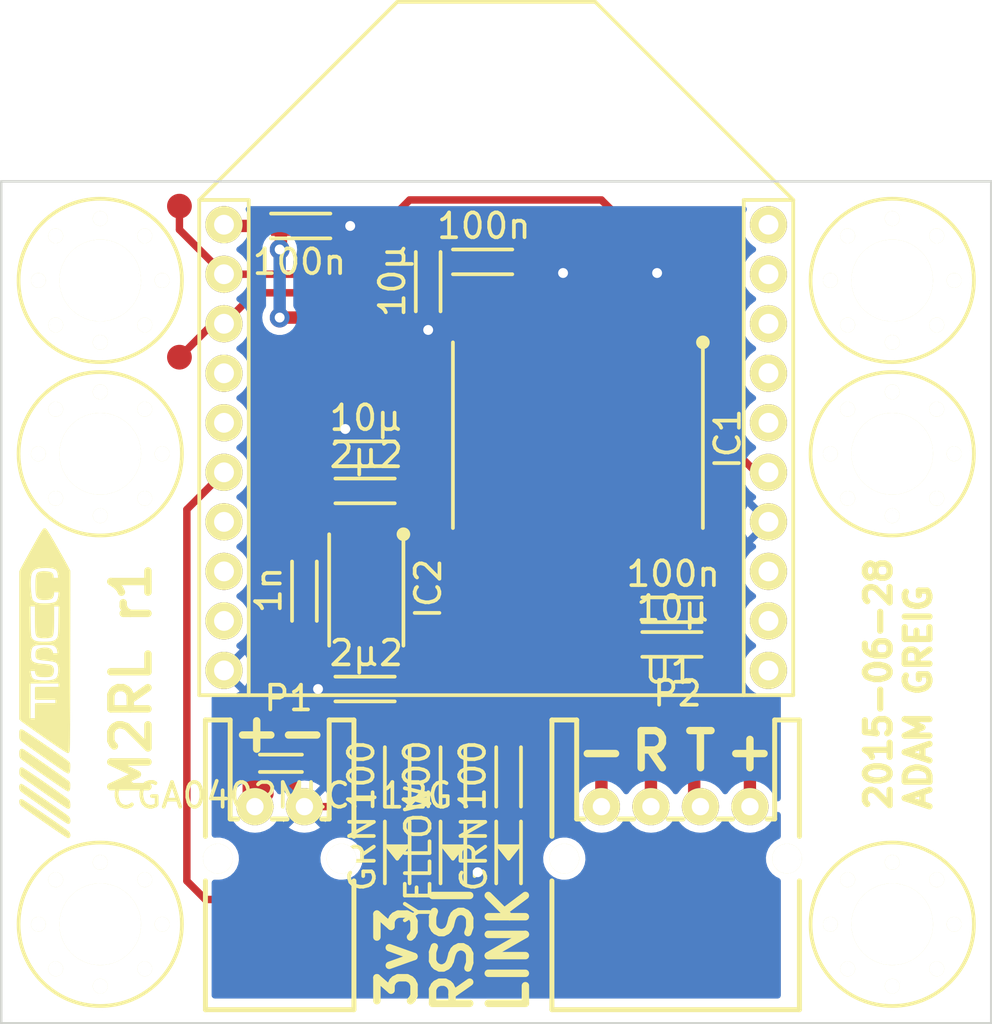
<source format=kicad_pcb>
(kicad_pcb (version 20221018) (generator pcbnew)
  (layers (0 "F.Cu" signal) (31 "B.Cu" signal) (34 "B.Paste" user) (35 "F.Paste" user) (36 "B.SilkS" user "B.Silkscreen") (37 "F.SilkS" user "F.Silkscreen") (38 "B.Mask" user) (39 "F.Mask" user) (44 "Edge.Cuts" user))
  (net 0 "")
  (net 1 "+3V3")
  (net 2 "GND")
  (net 3 "Net-(C4-Pad1)")
  (net 4 "Net-(C5-Pad1)")
  (net 5 "Net-(C5-Pad2)")
  (net 6 "Net-(C6-Pad2)")
  (net 7 "Net-(D1-Pad2)")
  (net 8 "Net-(D3-Pad2)")
  (net 9 "Net-(D4-Pad2)")
  (net 10 "/DOUT")
  (net 11 "/DIN")
  (net 12 "Net-(IC1-Pad13)")
  (net 13 "Net-(IC1-Pad14)")
  (net 14 "Net-(IC1-Pad12)")
  (net 15 "Net-(R1-Pad1)")
  (net 16 "Net-(U1-Pad4)")
  (net 17 "Net-(U1-Pad5)")
  (net 18 "Net-(U1-Pad7)")
  (net 19 "Net-(U1-Pad8)")
  (net 20 "Net-(U1-Pad9)")
  (net 21 "Net-(U1-Pad11)")
  (net 22 "Net-(U1-Pad12)")
  (net 23 "Net-(U1-Pad13)")
  (net 24 "Net-(U1-Pad16)")
  (net 25 "Net-(U1-Pad17)")
  (net 26 "Net-(U1-Pad18)")
  (net 27 "Net-(U1-Pad19)")
  (net 28 "Net-(U1-Pad20)")
  (net 29 "Net-(R2-Pad1)")
  (footprint "m2rl:C0603" (layer "F.Cu") (at 167.25 95.25 -90)
    (fp_text reference "C1" hide)
    (fp_text value "10µ" (at 0.75 1.45 270) (layer "F.SilkS"))
    (pad "1" smd rect (at 0 0 270) (size 0.8 0.8) (layers "F.Cu" "F.Paste" "F.Mask") (net 1 "+3V3"))
    (pad "2" smd rect (at 1.6 0 270) (size 0.8 0.8) (layers "F.Cu" "F.Paste" "F.Mask") (net 2 "GND"))
  )
  (footprint "m2rl:C0603" (layer "F.Cu") (at 161.3 93.8)
    (fp_text reference "C2" hide)
    (fp_text value "100n" (at 0.75 1.45) (layer "F.SilkS"))
    (pad "1" smd rect (at 0 0) (size 0.8 0.8) (layers "F.Cu" "F.Paste" "F.Mask") (net 1 "+3V3"))
    (pad "2" smd rect (at 1.6 0) (size 0.8 0.8) (layers "F.Cu" "F.Paste" "F.Mask") (net 2 "GND"))
  )
  (footprint "m2rl:C0603" (layer "F.Cu") (at 170.25 95.25 180)
    (fp_text reference "C3" hide)
    (fp_text value "100n" (at 0.75 1.45 180) (layer "F.SilkS"))
    (pad "1" smd rect (at 0 0 180) (size 0.8 0.8) (layers "F.Cu" "F.Paste" "F.Mask") (net 1 "+3V3"))
    (pad "2" smd rect (at 1.6 0 180) (size 0.8 0.8) (layers "F.Cu" "F.Paste" "F.Mask") (net 2 "GND"))
  )
  (footprint "m2rl:C0603" (layer "F.Cu") (at 165.5 112.5 180)
    (fp_text reference "C4" hide)
    (fp_text value "2µ2" (at 0.75 1.45 180) (layer "F.SilkS"))
    (pad "1" smd rect (at 0 0 180) (size 0.8 0.8) (layers "F.Cu" "F.Paste" "F.Mask") (net 3 "Net-(C4-Pad1)"))
    (pad "2" smd rect (at 1.6 0 180) (size 0.8 0.8) (layers "F.Cu" "F.Paste" "F.Mask") (net 2 "GND"))
  )
  (footprint "m2rl:C0603" (layer "F.Cu") (at 177.9 109.3 180)
    (fp_text reference "C5" hide)
    (fp_text value "100n" (at 0.75 1.45 180) (layer "F.SilkS"))
    (pad "1" smd rect (at 0 0 180) (size 0.8 0.8) (layers "F.Cu" "F.Paste" "F.Mask") (net 4 "Net-(C5-Pad1)"))
    (pad "2" smd rect (at 1.6 0 180) (size 0.8 0.8) (layers "F.Cu" "F.Paste" "F.Mask") (net 5 "Net-(C5-Pad2)"))
  )
  (footprint "m2rl:C0603" (layer "F.Cu") (at 162.25 107.75 -90)
    (fp_text reference "C6" hide)
    (fp_text value "1n" (at 0.75 1.45 270) (layer "F.SilkS"))
    (pad "1" smd rect (at 0 0 270) (size 0.8 0.8) (layers "F.Cu" "F.Paste" "F.Mask") (net 1 "+3V3"))
    (pad "2" smd rect (at 1.6 0 270) (size 0.8 0.8) (layers "F.Cu" "F.Paste" "F.Mask") (net 6 "Net-(C6-Pad2)"))
  )
  (footprint "m2rl:C0603" (layer "F.Cu") (at 177.9 110.7 180)
    (fp_text reference "C7" hide)
    (fp_text value "10µ" (at 0.75 1.45 180) (layer "F.SilkS"))
    (pad "1" smd rect (at 0 0 180) (size 0.8 0.8) (layers "F.Cu" "F.Paste" "F.Mask") (net 4 "Net-(C5-Pad1)"))
    (pad "2" smd rect (at 1.6 0 180) (size 0.8 0.8) (layers "F.Cu" "F.Paste" "F.Mask") (net 5 "Net-(C5-Pad2)"))
  )
  (footprint "m2rl:C0603" (layer "F.Cu") (at 165.5 104.5 180)
    (fp_text reference "C8" hide)
    (fp_text value "2µ2" (at 0.75 1.45 180) (layer "F.SilkS"))
    (pad "1" smd rect (at 0 0 180) (size 0.8 0.8) (layers "F.Cu" "F.Paste" "F.Mask") (net 1 "+3V3"))
    (pad "2" smd rect (at 1.6 0 180) (size 0.8 0.8) (layers "F.Cu" "F.Paste" "F.Mask") (net 2 "GND"))
  )
  (footprint "m2rl:C0603" (layer "F.Cu") (at 165.5 103 180)
    (fp_text reference "C9" hide)
    (fp_text value "10µ" (at 0.75 1.45 180) (layer "F.SilkS"))
    (pad "1" smd rect (at 0 0 180) (size 0.8 0.8) (layers "F.Cu" "F.Paste" "F.Mask") (net 1 "+3V3"))
    (pad "2" smd rect (at 1.6 0 180) (size 0.8 0.8) (layers "F.Cu" "F.Paste" "F.Mask") (net 2 "GND"))
  )
  (footprint "m2rl:LED0603" (layer "F.Cu") (at 168.25 118.25 -90)
    (fp_text reference "D1" hide)
    (fp_text value "YELLOW" (at 0.9 1.4 270) (layer "F.SilkS"))
    (pad "1" smd rect (at 1.65 0 270) (size 0.8 0.8) (layers "F.Cu" "F.Paste" "F.Mask") (net 2 "GND"))
    (pad "2" smd rect (at 0 0 270) (size 0.8 0.8) (layers "F.Cu" "F.Paste" "F.Mask") (net 7 "Net-(D1-Pad2)"))
  )
  (footprint "m2rl:R0402" (layer "F.Cu") (at 160.75 115.5)
    (fp_text reference "D2" hide)
    (fp_text value "CGA0402MLC-12G" (at 0.6 1.3) (layer "F.SilkS"))
    (pad "1" smd rect (at 0 0) (size 0.6 0.5) (layers "F.Cu" "F.Paste" "F.Mask") (net 3 "Net-(C4-Pad1)"))
    (pad "2" smd rect (at 1.1 0) (size 0.6 0.5) (layers "F.Cu" "F.Paste" "F.Mask") (net 2 "GND"))
  )
  (footprint "m2rl:LED0603" (layer "F.Cu") (at 170.5 118.25 -90)
    (fp_text reference "D3" hide)
    (fp_text value "GRN" (at 0.9 1.4 270) (layer "F.SilkS"))
    (pad "1" smd rect (at 1.65 0 270) (size 0.8 0.8) (layers "F.Cu" "F.Paste" "F.Mask") (net 2 "GND"))
    (pad "2" smd rect (at 0 0 270) (size 0.8 0.8) (layers "F.Cu" "F.Paste" "F.Mask") (net 8 "Net-(D3-Pad2)"))
  )
  (footprint "m2rl:LED0603" (layer "F.Cu") (at 166 118.25 -90)
    (fp_text reference "D4" hide)
    (fp_text value "GRN" (at 0.9 1.4 270) (layer "F.SilkS"))
    (pad "1" smd rect (at 1.65 0 270) (size 0.8 0.8) (layers "F.Cu" "F.Paste" "F.Mask") (net 2 "GND"))
    (pad "2" smd rect (at 0 0 270) (size 0.8 0.8) (layers "F.Cu" "F.Paste" "F.Mask") (net 9 "Net-(D4-Pad2)"))
  )
  (footprint "m2rl:SOIC16W" (layer "F.Cu") (at 177.75 97.5 -90)
    (fp_text reference "IC1" (at 4.9 -1.6 270) (layer "F.SilkS"))
    (fp_text value "ADuM5201" hide)
    (pad "1" smd rect (at 0 0 270) (size 2.2 0.6) (layers "F.Cu" "F.Paste" "F.Mask") (net 1 "+3V3"))
    (pad "2" smd rect (at 0 1.27 270) (size 2.2 0.6) (layers "F.Cu" "F.Paste" "F.Mask") (net 2 "GND"))
    (pad "3" smd rect (at 0 2.54 270) (size 2.2 0.6) (layers "F.Cu" "F.Paste" "F.Mask") (net 10 "/DOUT"))
    (pad "4" smd rect (at 0 3.81 270) (size 2.2 0.6) (layers "F.Cu" "F.Paste" "F.Mask") (net 11 "/DIN"))
    (pad "5" smd rect (at 0 5.08 270) (size 2.2 0.6) (layers "F.Cu" "F.Paste" "F.Mask") (net 2 "GND"))
    (pad "6" smd rect (at 0 6.35 270) (size 2.2 0.6) (layers "F.Cu" "F.Paste" "F.Mask") (net 1 "+3V3"))
    (pad "7" smd rect (at 0 7.62 270) (size 2.2 0.6) (layers "F.Cu" "F.Paste" "F.Mask") (net 1 "+3V3"))
    (pad "8" smd rect (at 0 8.89 270) (size 2.2 0.6) (layers "F.Cu" "F.Paste" "F.Mask") (net 2 "GND"))
    (pad "9" smd rect (at 9.4 8.89 270) (size 2.2 0.6) (layers "F.Cu" "F.Paste" "F.Mask") (net 5 "Net-(C5-Pad2)"))
    (pad "10" smd rect (at 9.4 7.62 270) (size 2.2 0.6) (layers "F.Cu" "F.Paste" "F.Mask") (net 4 "Net-(C5-Pad1)"))
    (pad "11" smd rect (at 9.4 6.35 270) (size 2.2 0.6) (layers "F.Cu" "F.Paste" "F.Mask") (net 5 "Net-(C5-Pad2)"))
    (pad "12" smd rect (at 9.4 5.08 270) (size 2.2 0.6) (layers "F.Cu" "F.Paste" "F.Mask") (net 14 "Net-(IC1-Pad12)"))
    (pad "13" smd rect (at 9.4 3.81 270) (size 2.2 0.6) (layers "F.Cu" "F.Paste" "F.Mask") (net 12 "Net-(IC1-Pad13)"))
    (pad "14" smd rect (at 9.4 2.54 270) (size 2.2 0.6) (layers "F.Cu" "F.Paste" "F.Mask") (net 13 "Net-(IC1-Pad14)"))
    (pad "15" smd rect (at 9.4 1.27 270) (size 2.2 0.6) (layers "F.Cu" "F.Paste" "F.Mask") (net 5 "Net-(C5-Pad2)"))
    (pad "16" smd rect (at 9.4 0 270) (size 2.2 0.6) (layers "F.Cu" "F.Paste" "F.Mask") (net 4 "Net-(C5-Pad1)"))
  )
  (footprint "m2rl:MSOP8" (layer "F.Cu") (at 165.75 106.25 -90)
    (fp_text reference "IC2" (at 2.2 -1.5 270) (layer "F.SilkS"))
    (fp_text value "ADP3335" hide)
    (pad "1" smd rect (at 0 0 270) (size 1.4 0.4) (layers "F.Cu" "F.Paste" "F.Mask") (net 1 "+3V3"))
    (pad "2" smd rect (at 0 0.65 270) (size 1.4 0.4) (layers "F.Cu" "F.Paste" "F.Mask") (net 1 "+3V3"))
    (pad "3" smd rect (at 0 1.3 270) (size 1.4 0.4) (layers "F.Cu" "F.Paste" "F.Mask") (net 1 "+3V3"))
    (pad "4" smd rect (at 0 1.95 270) (size 1.4 0.4) (layers "F.Cu" "F.Paste" "F.Mask") (net 2 "GND"))
    (pad "5" smd rect (at 4.4 1.95 270) (size 1.4 0.4) (layers "F.Cu" "F.Paste" "F.Mask") (net 6 "Net-(C6-Pad2)"))
    (pad "6" smd rect (at 4.4 1.3 270) (size 1.4 0.4) (layers "F.Cu" "F.Paste" "F.Mask") (net 3 "Net-(C4-Pad1)"))
    (pad "7" smd rect (at 4.4 0.65 270) (size 1.4 0.4) (layers "F.Cu" "F.Paste" "F.Mask") (net 3 "Net-(C4-Pad1)"))
    (pad "8" smd rect (at 4.4 0 270) (size 1.4 0.4) (layers "F.Cu" "F.Paste" "F.Mask") (net 3 "Net-(C4-Pad1)"))
  )
  (footprint "m2rl:S02B-PASK-2" (layer "F.Cu") (at 162.25 117.25 180)
    (fp_text reference "P1" (at 0.64 4.38 180) (layer "F.SilkS"))
    (fp_text value "CONN_01X02" hide)
    (pad "" np_thru_hole circle (at -1.5 -2.1 180) (size 1.2 1.2) (drill 1.2) (layers "*.Cu" "*.Mask" "F.SilkS"))
    (pad "" np_thru_hole circle (at 3.5 -2.1 180) (size 1.2 1.2) (drill 1.2) (layers "*.Cu" "*.Mask" "F.SilkS"))
    (pad "1" thru_hole circle (at 0 0 180) (size 1.5 1.5) (drill 0.7) (layers "*.Cu" "*.Mask" "F.SilkS") (net 2 "GND"))
    (pad "2" thru_hole circle (at 2 0 180) (size 1.5 1.5) (drill 0.7) (layers "*.Cu" "*.Mask" "F.SilkS") (net 3 "Net-(C4-Pad1)"))
  )
  (footprint "m2rl:S04B-PASK-2" (layer "F.Cu") (at 180.25 117.25 180)
    (fp_text reference "P2" (at 2.93 4.57 180) (layer "F.SilkS"))
    (fp_text value "CONN_01X04" hide)
    (pad "" np_thru_hole circle (at -1.5 -2.1 180) (size 1.2 1.2) (drill 1.2) (layers "*.Cu" "*.Mask" "F.SilkS"))
    (pad "" np_thru_hole circle (at 7.5 -2.1 180) (size 1.2 1.2) (drill 1.2) (layers "*.Cu" "*.Mask" "F.SilkS"))
    (pad "1" thru_hole circle (at 0 0 180) (size 1.5 1.5) (drill 0.7) (layers "*.Cu" "*.Mask" "F.SilkS") (net 4 "Net-(C5-Pad1)"))
    (pad "2" thru_hole circle (at 2 0 180) (size 1.5 1.5) (drill 0.7) (layers "*.Cu" "*.Mask" "F.SilkS") (net 13 "Net-(IC1-Pad14)"))
    (pad "3" thru_hole circle (at 4 0 180) (size 1.5 1.5) (drill 0.7) (layers "*.Cu" "*.Mask" "F.SilkS") (net 12 "Net-(IC1-Pad13)"))
    (pad "4" thru_hole circle (at 6 0 180) (size 1.5 1.5) (drill 0.7) (layers "*.Cu" "*.Mask" "F.SilkS") (net 5 "Net-(C5-Pad2)"))
  )
  (footprint "m2rl:R0603" (layer "F.Cu") (at 168.25 115.25 -90)
    (fp_text reference "R1" hide)
    (fp_text value "100" (at 0.75 1.45 270) (layer "F.SilkS"))
    (pad "1" smd rect (at 0 0 270) (size 0.8 0.8) (layers "F.Cu" "F.Paste" "F.Mask") (net 15 "Net-(R1-Pad1)"))
    (pad "2" smd rect (at 1.6 0 270) (size 0.8 0.8) (layers "F.Cu" "F.Paste" "F.Mask") (net 7 "Net-(D1-Pad2)"))
  )
  (footprint "m2rl:R0603" (layer "F.Cu") (at 170.5 115.25 -90)
    (fp_text reference "R2" hide)
    (fp_text value "100" (at 0.75 1.45 270) (layer "F.SilkS"))
    (pad "1" smd rect (at 0 0 270) (size 0.8 0.8) (layers "F.Cu" "F.Paste" "F.Mask") (net 29 "Net-(R2-Pad1)"))
    (pad "2" smd rect (at 1.6 0 270) (size 0.8 0.8) (layers "F.Cu" "F.Paste" "F.Mask") (net 8 "Net-(D3-Pad2)"))
  )
  (footprint "m2rl:R0603" (layer "F.Cu") (at 166 115.25 -90)
    (fp_text reference "R3" hide)
    (fp_text value "100" (at 0.75 1.45 270) (layer "F.SilkS"))
    (pad "1" smd rect (at 0 0 270) (size 0.8 0.8) (layers "F.Cu" "F.Paste" "F.Mask") (net 1 "+3V3"))
    (pad "2" smd rect (at 1.6 0 270) (size 0.8 0.8) (layers "F.Cu" "F.Paste" "F.Mask") (net 9 "Net-(D4-Pad2)"))
  )
  (footprint "m2rl:XBEE" (layer "F.Cu") (at 159 93.75)
    (fp_text reference "U1" (at 18 18) (layer "F.SilkS"))
    (fp_text value "XBEE")
    (pad "1" thru_hole circle (at 0 0) (size 1.5 1.5) (drill 0.8) (layers "*.Cu" "*.Mask" "F.SilkS") (net 1 "+3V3"))
    (pad "2" thru_hole circle (at 0 2) (size 1.5 1.5) (drill 0.8) (layers "*.Cu" "*.Mask" "F.SilkS") (net 10 "/DOUT"))
    (pad "3" thru_hole circle (at 0 4) (size 1.5 1.5) (drill 0.8) (layers "*.Cu" "*.Mask" "F.SilkS") (net 11 "/DIN"))
    (pad "4" thru_hole circle (at 0 6) (size 1.5 1.5) (drill 0.8) (layers "*.Cu" "*.Mask" "F.SilkS") (net 16 "Net-(U1-Pad4)"))
    (pad "5" thru_hole circle (at 0 8) (size 1.5 1.5) (drill 0.8) (layers "*.Cu" "*.Mask" "F.SilkS") (net 17 "Net-(U1-Pad5)"))
    (pad "6" thru_hole circle (at 0 10) (size 1.5 1.5) (drill 0.8) (layers "*.Cu" "*.Mask" "F.SilkS") (net 15 "Net-(R1-Pad1)"))
    (pad "7" thru_hole circle (at 0 12) (size 1.5 1.5) (drill 0.8) (layers "*.Cu" "*.Mask" "F.SilkS") (net 18 "Net-(U1-Pad7)"))
    (pad "8" thru_hole circle (at 0 14) (size 1.5 1.5) (drill 0.8) (layers "*.Cu" "*.Mask" "F.SilkS") (net 19 "Net-(U1-Pad8)"))
    (pad "9" thru_hole circle (at 0 16) (size 1.5 1.5) (drill 0.8) (layers "*.Cu" "*.Mask" "F.SilkS") (net 20 "Net-(U1-Pad9)"))
    (pad "10" thru_hole circle (at 0 18) (size 1.5 1.5) (drill 0.8) (layers "*.Cu" "*.Mask" "F.SilkS") (net 2 "GND"))
    (pad "11" thru_hole circle (at 22 18) (size 1.5 1.5) (drill 0.8) (layers "*.Cu" "*.Mask" "F.SilkS") (net 21 "Net-(U1-Pad11)"))
    (pad "12" thru_hole circle (at 22 16) (size 1.5 1.5) (drill 0.8) (layers "*.Cu" "*.Mask" "F.SilkS") (net 22 "Net-(U1-Pad12)"))
    (pad "13" thru_hole circle (at 22 14) (size 1.5 1.5) (drill 0.8) (layers "*.Cu" "*.Mask" "F.SilkS") (net 23 "Net-(U1-Pad13)"))
    (pad "14" thru_hole circle (at 22 12) (size 1.5 1.5) (drill 0.8) (layers "*.Cu" "*.Mask" "F.SilkS") (net 2 "GND"))
    (pad "15" thru_hole circle (at 22 10) (size 1.5 1.5) (drill 0.8) (layers "*.Cu" "*.Mask" "F.SilkS") (net 29 "Net-(R2-Pad1)"))
    (pad "16" thru_hole circle (at 22 8) (size 1.5 1.5) (drill 0.8) (layers "*.Cu" "*.Mask" "F.SilkS") (net 24 "Net-(U1-Pad16)"))
    (pad "17" thru_hole circle (at 22 6) (size 1.5 1.5) (drill 0.8) (layers "*.Cu" "*.Mask" "F.SilkS") (net 25 "Net-(U1-Pad17)"))
    (pad "18" thru_hole circle (at 22 4) (size 1.5 1.5) (drill 0.8) (layers "*.Cu" "*.Mask" "F.SilkS") (net 26 "Net-(U1-Pad18)"))
    (pad "19" thru_hole circle (at 22 2) (size 1.5 1.5) (drill 0.8) (layers "*.Cu" "*.Mask" "F.SilkS") (net 27 "Net-(U1-Pad19)"))
    (pad "20" thru_hole circle (at 22 0) (size 1.5 1.5) (drill 0.8) (layers "*.Cu" "*.Mask" "F.SilkS") (net 28 "Net-(U1-Pad20)"))
  )
  (footprint "m2rl:M3_MOUNT" (layer "F.Cu") (at 186 96)
    (fp_text reference "M3_MOUNT" hide)
    (fp_text value "VAL**" hide)
    (pad "" np_thru_hole circle (at -2.5 0) (size 0.6 0.6) (drill 0.6) (layers "*.Cu" "*.Mask" "F.SilkS"))
    (pad "" np_thru_hole circle (at -1.8 -1.8) (size 0.6 0.6) (drill 0.6) (layers "*.Cu" "*.Mask" "F.SilkS"))
    (pad "" np_thru_hole circle (at -1.8 1.8) (size 0.6 0.6) (drill 0.6) (layers "*.Cu" "*.Mask" "F.SilkS"))
    (pad "" np_thru_hole circle (at 0 -2.5) (size 0.6 0.6) (drill 0.6) (layers "*.Cu" "*.Mask" "F.SilkS"))
    (pad "" np_thru_hole circle (at 0 0) (size 3.3 3.3) (drill 3.3) (layers "*.Cu" "*.Mask" "F.Paste" "F.SilkS") (clearance 1.65))
    (pad "" np_thru_hole circle (at 0 2.5) (size 0.6 0.6) (drill 0.6) (layers "*.Cu" "*.Mask" "F.SilkS"))
    (pad "" np_thru_hole circle (at 1.8 -1.8) (size 0.6 0.6) (drill 0.6) (layers "*.Cu" "*.Mask" "F.SilkS"))
    (pad "" np_thru_hole circle (at 1.8 1.8) (size 0.6 0.6) (drill 0.6) (layers "*.Cu" "*.Mask" "F.SilkS"))
    (pad "" np_thru_hole circle (at 2.5 0) (size 0.6 0.6) (drill 0.6) (layers "*.Cu" "*.Mask" "F.SilkS"))
  )
  (footprint "m2rl:M3_MOUNT" (layer "F.Cu") (at 186 122)
    (fp_text reference "M3_MOUNT" hide)
    (fp_text value "VAL**" hide)
    (pad "" np_thru_hole circle (at -2.5 0) (size 0.6 0.6) (drill 0.6) (layers "*.Cu" "*.Mask" "F.SilkS"))
    (pad "" np_thru_hole circle (at -1.8 -1.8) (size 0.6 0.6) (drill 0.6) (layers "*.Cu" "*.Mask" "F.SilkS"))
    (pad "" np_thru_hole circle (at -1.8 1.8) (size 0.6 0.6) (drill 0.6) (layers "*.Cu" "*.Mask" "F.SilkS"))
    (pad "" np_thru_hole circle (at 0 -2.5) (size 0.6 0.6) (drill 0.6) (layers "*.Cu" "*.Mask" "F.SilkS"))
    (pad "" np_thru_hole circle (at 0 0) (size 3.3 3.3) (drill 3.3) (layers "*.Cu" "*.Mask" "F.Paste" "F.SilkS") (clearance 1.65))
    (pad "" np_thru_hole circle (at 0 2.5) (size 0.6 0.6) (drill 0.6) (layers "*.Cu" "*.Mask" "F.SilkS"))
    (pad "" np_thru_hole circle (at 1.8 -1.8) (size 0.6 0.6) (drill 0.6) (layers "*.Cu" "*.Mask" "F.SilkS"))
    (pad "" np_thru_hole circle (at 1.8 1.8) (size 0.6 0.6) (drill 0.6) (layers "*.Cu" "*.Mask" "F.SilkS"))
    (pad "" np_thru_hole circle (at 2.5 0) (size 0.6 0.6) (drill 0.6) (layers "*.Cu" "*.Mask" "F.SilkS"))
  )
  (footprint "m2rl:M3_MOUNT" (layer "F.Cu") (at 154 96)
    (fp_text reference "M3_MOUNT" hide)
    (fp_text value "VAL**" hide)
    (pad "" np_thru_hole circle (at -2.5 0) (size 0.6 0.6) (drill 0.6) (layers "*.Cu" "*.Mask" "F.SilkS"))
    (pad "" np_thru_hole circle (at -1.8 -1.8) (size 0.6 0.6) (drill 0.6) (layers "*.Cu" "*.Mask" "F.SilkS"))
    (pad "" np_thru_hole circle (at -1.8 1.8) (size 0.6 0.6) (drill 0.6) (layers "*.Cu" "*.Mask" "F.SilkS"))
    (pad "" np_thru_hole circle (at 0 -2.5) (size 0.6 0.6) (drill 0.6) (layers "*.Cu" "*.Mask" "F.SilkS"))
    (pad "" np_thru_hole circle (at 0 0) (size 3.3 3.3) (drill 3.3) (layers "*.Cu" "*.Mask" "F.Paste" "F.SilkS") (clearance 1.65))
    (pad "" np_thru_hole circle (at 0 2.5) (size 0.6 0.6) (drill 0.6) (layers "*.Cu" "*.Mask" "F.SilkS"))
    (pad "" np_thru_hole circle (at 1.8 -1.8) (size 0.6 0.6) (drill 0.6) (layers "*.Cu" "*.Mask" "F.SilkS"))
    (pad "" np_thru_hole circle (at 1.8 1.8) (size 0.6 0.6) (drill 0.6) (layers "*.Cu" "*.Mask" "F.SilkS"))
    (pad "" np_thru_hole circle (at 2.5 0) (size 0.6 0.6) (drill 0.6) (layers "*.Cu" "*.Mask" "F.SilkS"))
  )
  (footprint "m2rl:M3_MOUNT" (layer "F.Cu") (at 154 122)
    (fp_text reference "M3_MOUNT" hide)
    (fp_text value "VAL**" hide)
    (pad "" np_thru_hole circle (at -2.5 0) (size 0.6 0.6) (drill 0.6) (layers "*.Cu" "*.Mask" "F.SilkS"))
    (pad "" np_thru_hole circle (at -1.8 -1.8) (size 0.6 0.6) (drill 0.6) (layers "*.Cu" "*.Mask" "F.SilkS"))
    (pad "" np_thru_hole circle (at -1.8 1.8) (size 0.6 0.6) (drill 0.6) (layers "*.Cu" "*.Mask" "F.SilkS"))
    (pad "" np_thru_hole circle (at 0 -2.5) (size 0.6 0.6) (drill 0.6) (layers "*.Cu" "*.Mask" "F.SilkS"))
    (pad "" np_thru_hole circle (at 0 0) (size 3.3 3.3) (drill 3.3) (layers "*.Cu" "*.Mask" "F.Paste" "F.SilkS") (clearance 1.65))
    (pad "" np_thru_hole circle (at 0 2.5) (size 0.6 0.6) (drill 0.6) (layers "*.Cu" "*.Mask" "F.SilkS"))
    (pad "" np_thru_hole circle (at 1.8 -1.8) (size 0.6 0.6) (drill 0.6) (layers "*.Cu" "*.Mask" "F.SilkS"))
    (pad "" np_thru_hole circle (at 1.8 1.8) (size 0.6 0.6) (drill 0.6) (layers "*.Cu" "*.Mask" "F.SilkS"))
    (pad "" np_thru_hole circle (at 2.5 0) (size 0.6 0.6) (drill 0.6) (layers "*.Cu" "*.Mask" "F.SilkS"))
  )
  (footprint "m2rl:M3_MOUNT" (layer "F.Cu") (at 186 103)
    (fp_text reference "M3_MOUNT" hide)
    (fp_text value "VAL**" hide)
    (pad "" np_thru_hole circle (at -2.5 0) (size 0.6 0.6) (drill 0.6) (layers "*.Cu" "*.Mask" "F.SilkS"))
    (pad "" np_thru_hole circle (at -1.8 -1.8) (size 0.6 0.6) (drill 0.6) (layers "*.Cu" "*.Mask" "F.SilkS"))
    (pad "" np_thru_hole circle (at -1.8 1.8) (size 0.6 0.6) (drill 0.6) (layers "*.Cu" "*.Mask" "F.SilkS"))
    (pad "" np_thru_hole circle (at 0 -2.5) (size 0.6 0.6) (drill 0.6) (layers "*.Cu" "*.Mask" "F.SilkS"))
    (pad "" np_thru_hole circle (at 0 0) (size 3.3 3.3) (drill 3.3) (layers "*.Cu" "*.Mask" "F.Paste" "F.SilkS") (clearance 1.65))
    (pad "" np_thru_hole circle (at 0 2.5) (size 0.6 0.6) (drill 0.6) (layers "*.Cu" "*.Mask" "F.SilkS"))
    (pad "" np_thru_hole circle (at 1.8 -1.8) (size 0.6 0.6) (drill 0.6) (layers "*.Cu" "*.Mask" "F.SilkS"))
    (pad "" np_thru_hole circle (at 1.8 1.8) (size 0.6 0.6) (drill 0.6) (layers "*.Cu" "*.Mask" "F.SilkS"))
    (pad "" np_thru_hole circle (at 2.5 0) (size 0.6 0.6) (drill 0.6) (layers "*.Cu" "*.Mask" "F.SilkS"))
  )
  (footprint "m2rl:M3_MOUNT" (layer "F.Cu") (at 154 103)
    (fp_text reference "M3_MOUNT" hide)
    (fp_text value "VAL**" hide)
    (pad "" np_thru_hole circle (at -2.5 0) (size 0.6 0.6) (drill 0.6) (layers "*.Cu" "*.Mask" "F.SilkS"))
    (pad "" np_thru_hole circle (at -1.8 -1.8) (size 0.6 0.6) (drill 0.6) (layers "*.Cu" "*.Mask" "F.SilkS"))
    (pad "" np_thru_hole circle (at -1.8 1.8) (size 0.6 0.6) (drill 0.6) (layers "*.Cu" "*.Mask" "F.SilkS"))
    (pad "" np_thru_hole circle (at 0 -2.5) (size 0.6 0.6) (drill 0.6) (layers "*.Cu" "*.Mask" "F.SilkS"))
    (pad "" np_thru_hole circle (at 0 0) (size 3.3 3.3) (drill 3.3) (layers "*.Cu" "*.Mask" "F.Paste" "F.SilkS") (clearance 1.65))
    (pad "" np_thru_hole circle (at 0 2.5) (size 0.6 0.6) (drill 0.6) (layers "*.Cu" "*.Mask" "F.SilkS"))
    (pad "" np_thru_hole circle (at 1.8 -1.8) (size 0.6 0.6) (drill 0.6) (layers "*.Cu" "*.Mask" "F.SilkS"))
    (pad "" np_thru_hole circle (at 1.8 1.8) (size 0.6 0.6) (drill 0.6) (layers "*.Cu" "*.Mask" "F.SilkS"))
    (pad "" np_thru_hole circle (at 2.5 0) (size 0.6 0.6) (drill 0.6) (layers "*.Cu" "*.Mask" "F.SilkS"))
  )
  (footprint "m2rl:TESTPAD" (layer "F.Cu") (at 157.2 93)
    (fp_text reference "TP3" hide)
    (fp_text value "TESTPAD" hide)
    (pad "1" smd circle (at 0 0) (size 1 1) (layers "F.Cu" "F.Mask") (net 10 "/DOUT"))
  )
  (footprint "m2rl:TESTPAD" (layer "F.Cu") (at 157.2 99.1)
    (fp_text reference "TP4" hide)
    (fp_text value "TESTPAD" hide)
    (pad "1" smd circle (at 0 0) (size 1 1) (layers "F.Cu" "F.Mask") (net 11 "/DIN"))
  )
  (footprint "m2rl:TESTPAD" (layer "F.Cu") (at 166.75 113.5)
    (fp_text reference "TP5" hide)
    (fp_text value "TESTPAD" hide)
    (pad "1" smd circle (at 0 0) (size 1 1) (layers "F.Cu" "F.Mask") (net 1 "+3V3"))
  )
  (footprint "m2rl:cusf_logo_small" (layer "F.Cu") (at 151.75 112.25)
    (fp_text reference "G***" hide)
    (fp_text value "LOGO" hide)
  )
  (gr_line (start 150 92) (end 150 126) (stroke (width 0.1)) (layer "Edge.Cuts"))
  (gr_line (start 190 126) (end 190 92) (stroke (width 0.1)) (layer "Edge.Cuts"))
  (gr_line (start 190 92) (end 150 92) (stroke (width 0.1)) (layer "Edge.Cuts"))
  (gr_line (start 150 126) (end 190 126) (stroke (width 0.1)) (layer "Edge.Cuts"))
  (gr_text "3v3" (at 166 125.5 90) (layer "F.SilkS") (effects (font (size 1.5 1.5) (thickness 0.3)) (justify left)))
  (gr_text "RSSI" (at 168.25 125.75 90) (layer "F.SilkS") (effects (font (size 1.5 1.5) (thickness 0.3)) (justify left)))
  (gr_text "+-" (at 161.25 114.25) (layer "F.SilkS") (effects (font (size 1.5 1.5) (thickness 0.3))))
  (gr_text "M2RL r1" (at 155.25 117 90) (layer "F.SilkS") (effects (font (size 1.5 1.5) (thickness 0.3)) (justify left)))
  (gr_text "LINK" (at 170.5 125.75 90) (layer "F.SilkS") (effects (font (size 1.5 1.5) (thickness 0.3)) (justify left)))
  (gr_text "-" (at 174.25 115) (layer "F.SilkS") (effects (font (size 1.5 1.5) (thickness 0.3))))
  (gr_text "R" (at 176.25 115) (layer "F.SilkS") (effects (font (size 1.5 1.5) (thickness 0.3))))
  (gr_text "T" (at 178.25 115) (layer "F.SilkS") (effects (font (size 1.5 1.5) (thickness 0.3))))
  (gr_text "+" (at 180.25 115) (layer "F.SilkS") (effects (font (size 1.5 1.5) (thickness 0.3))))
  (gr_text "2015-06-28\nADAM GREIG" (at 186.25 117.5 90) (layer "F.SilkS") (effects (font (size 1 1) (thickness 0.25)) (justify left)))
  (segment (start 165.1 104.9) (end 165.5 104.5) (width 1) (layer "F.Cu") (net 1))
  (segment (start 164.45 105.65) (end 165.1 105) (width 0.3) (layer "F.Cu") (net 1))
  (segment (start 165.1 105) (end 165.1 104.9) (width 1) (layer "F.Cu") (net 1))
  (segment (start 165.75 105.65) (end 165.1 105) (width 0.3) (layer "F.Cu") (net 1))
  (segment (start 164.75 107.75) (end 165.1 107.4) (width 0.3) (layer "F.Cu") (net 1))
  (segment (start 165.1 107.4) (end 165.1 106.25) (width 0.3) (layer "F.Cu") (net 1))
  (segment (start 167.25 94.5) (end 167.5 94.25) (width 0.5) (layer "F.Cu") (net 1))
  (segment (start 167.5 94.25) (end 170 94.25) (width 0.5) (layer "F.Cu") (net 1))
  (segment (start 170 94.25) (end 170.25 94.5) (width 0.5) (layer "F.Cu") (net 1))
  (segment (start 170.25 94.5) (end 170.25 95.25) (width 0.5) (layer "F.Cu") (net 1))
  (segment (start 170.13 95.37) (end 170.25 95.25) (width 0.5) (layer "F.Cu") (net 1))
  (segment (start 171.4 95.65) (end 171 95.25) (width 0.5) (layer "F.Cu") (net 1))
  (segment (start 171 95.25) (end 170.25 95.25) (width 0.5) (layer "F.Cu") (net 1))
  (segment (start 165.5 96) (end 166.25 95.25) (width 0.5) (layer "F.Cu") (net 1))
  (segment (start 166.25 95.25) (end 167.25 95.25) (width 0.5) (layer "F.Cu") (net 1))
  (segment (start 165.5 97.25) (end 165.5 96) (width 0.5) (layer "F.Cu") (net 1))
  (segment (start 165.5 102) (end 165.5 97.5) (width 0.5) (layer "F.Cu") (net 1))
  (segment (start 166.25 102) (end 166.75 102.5) (width 0.5) (layer "F.Cu") (net 1))
  (segment (start 166.75 102.5) (end 166.75 113.5) (width 0.5) (layer "F.Cu") (net 1))
  (segment (start 159.05 93.8) (end 159 93.75) (width 0.5) (layer "F.Cu") (net 1))
  (segment (start 161.3 94.7) (end 161.25 94.75) (width 0.5) (layer "F.Cu") (net 1))
  (segment (start 161.25 97.5) (end 165.5 97.5) (width 0.5) (layer "F.Cu") (net 1))
  (segment (start 165.5 97.5) (end 165.25 97.5) (width 0.5) (layer "F.Cu") (net 1))
  (segment (start 165.25 97.5) (end 165.5 97.5) (width 0.5) (layer "F.Cu") (net 1))
  (segment (start 165.5 97.5) (end 165.5 97.25) (width 0.5) (layer "F.Cu") (net 1))
  (segment (start 177.75 98.5) (end 177 99.25) (width 0.5) (layer "F.Cu") (net 1))
  (segment (start 177 99.25) (end 170.5 99.25) (width 0.5) (layer "F.Cu") (net 1))
  (segment (start 170.5 99.25) (end 170.13 98.88) (width 0.5) (layer "F.Cu") (net 1))
  (segment (start 170.13 98.88) (end 170.13 97.5) (width 0.5) (layer "F.Cu") (net 1))
  (segment (start 166.75 114.5) (end 166 115.25) (width 0.5) (layer "F.Cu") (net 1))
  (segment (start 164.45 106.25) (end 164.45 105.65) (width 0.3) (layer "F.Cu") (net 1))
  (segment (start 162.25 107.75) (end 164.75 107.75) (width 0.3) (layer "F.Cu") (net 1))
  (segment (start 165.1 106.25) (end 165.1 105) (width 1) (layer "F.Cu") (net 1))
  (segment (start 171.4 97.5) (end 171.4 95.65) (width 0.5) (layer "F.Cu") (net 1))
  (segment (start 166.75 113.5) (end 166.75 114.5) (width 0.5) (layer "F.Cu") (net 1))
  (segment (start 167.25 95.25) (end 167.25 94.5) (width 0.5) (layer "F.Cu") (net 1))
  (segment (start 161.3 93.8) (end 159.05 93.8) (width 0.5) (layer "F.Cu") (net 1))
  (segment (start 165.75 106.25) (end 165.75 105.65) (width 0.3) (layer "F.Cu") (net 1))
  (segment (start 165.5 102) (end 166.25 102) (width 0.5) (layer "F.Cu") (net 1))
  (segment (start 161.3 93.8) (end 161.3 94.7) (width 0.5) (layer "F.Cu") (net 1))
  (segment (start 177.75 97.5) (end 177.75 98.5) (width 0.5) (layer "F.Cu") (net 1))
  (segment (start 165.5 104.5) (end 165.5 103) (width 1) (layer "F.Cu") (net 1))
  (segment (start 165.5 103) (end 165.5 102) (width 0.5) (layer "F.Cu") (net 1))
  (segment (start 170.13 97.5) (end 170.13 95.37) (width 0.5) (layer "F.Cu") (net 1))
  (via (at 161.25 94.75) (size 0.8) (drill 0.4) (layers "F.Cu" "B.Cu") (net 1))
  (via (at 161.25 97.5) (size 0.8) (drill 0.4) (layers "F.Cu" "B.Cu") (net 1))
  (segment (start 161.25 94.75) (end 161.25 97.5) (width 0.5) (layer "B.Cu") (net 1))
  (segment (start 161.85 116.85) (end 162.25 117.25) (width 0.5) (layer "F.Cu") (net 2))
  (segment (start 163.8 104.6) (end 163.9 104.5) (width 0.4) (layer "F.Cu") (net 2))
  (segment (start 172.67 95.73) (end 172.7 95.7) (width 0.5) (layer "F.Cu") (net 2))
  (segment (start 176.48 95.72) (end 176.5 95.7) (width 0.5) (layer "F.Cu") (net 2))
  (segment (start 168.65 97.29) (end 168.86 97.5) (width 0.5) (layer "F.Cu") (net 2))
  (segment (start 168.65 96.85) (end 168.5 97) (width 0.5) (layer "F.Cu") (net 2))
  (segment (start 168.5 97) (end 168.65 97) (width 0.5) (layer "F.Cu") (net 2))
  (segment (start 168.65 97) (end 168.65 97.29) (width 0.5) (layer "F.Cu") (net 2))
  (segment (start 163.75 117.25) (end 165 118.5) (width 0.3) (layer "F.Cu") (net 2))
  (segment (start 165 118.5) (end 165 119.5) (width 0.3) (layer "F.Cu") (net 2))
  (segment (start 165 119.5) (end 165.4 119.9) (width 0.3) (layer "F.Cu") (net 2))
  (segment (start 165.4 119.9) (end 166 119.9) (width 0.3) (layer "F.Cu") (net 2))
  (segment (start 169.25 119.9) (end 170.5 119.9) (width 0.5) (layer "F.Cu") (net 2))
  (segment (start 176.48 97.5) (end 176.48 95.72) (width 0.5) (layer "F.Cu") (net 2))
  (segment (start 163.9 112.5) (end 162.8 112.5) (width 0.5) (layer "F.Cu") (net 2))
  (segment (start 163.9 103) (end 163.9 104.5) (width 0.5) (layer "F.Cu") (net 2))
  (segment (start 172.67 97.5) (end 172.67 95.73) (width 0.5) (layer "F.Cu") (net 2))
  (segment (start 167.25 96.85) (end 167.25 98) (width 0.5) (layer "F.Cu") (net 2))
  (segment (start 163.8 106.25) (end 163.8 104.6) (width 0.4) (layer "F.Cu") (net 2))
  (segment (start 168.65 95.25) (end 168.65 97) (width 0.5) (layer "F.Cu") (net 2))
  (segment (start 161.85 115.5) (end 161.85 116.85) (width 0.5) (layer "F.Cu") (net 2))
  (segment (start 167.25 96.85) (end 168.65 96.85) (width 0.5) (layer "F.Cu") (net 2))
  (segment (start 162.9 93.8) (end 164.1 93.8) (width 0.5) (layer "F.Cu") (net 2))
  (segment (start 163.9 103) (end 163.9 102) (width 0.5) (layer "F.Cu") (net 2))
  (segment (start 162.25 117.25) (end 163.75 117.25) (width 0.3) (layer "F.Cu") (net 2))
  (segment (start 168.25 119.9) (end 169.25 119.9) (width 0.5) (layer "F.Cu") (net 2))
  (via (at 176.5 95.7) (size 0.8) (drill 0.4) (layers "F.Cu" "B.Cu") (net 2))
  (via (at 163.9 102) (size 0.8) (drill 0.4) (layers "F.Cu" "B.Cu") (net 2))
  (via (at 169.25 119.9) (size 0.8) (drill 0.4) (layers "F.Cu" "B.Cu") (net 2))
  (via (at 162.8 112.5) (size 0.8) (drill 0.4) (layers "F.Cu" "B.Cu") (net 2))
  (via (at 172.7 95.7) (size 0.8) (drill 0.4) (layers "F.Cu" "B.Cu") (net 2))
  (via (at 167.25 98) (size 0.8) (drill 0.4) (layers "F.Cu" "B.Cu") (net 2))
  (via (at 164.1 93.8) (size 0.8) (drill 0.4) (layers "F.Cu" "B.Cu") (net 2))
  (segment (start 169.25 119.9) (end 169.25 120) (width 0.3) (layer "B.Cu") (net 2))
  (segment (start 160.75 116.75) (end 160.25 117.25) (width 0.5) (layer "F.Cu") (net 3))
  (segment (start 160.25 114.75) (end 160.9 114.1) (width 1) (layer "F.Cu") (net 3))
  (segment (start 160.9 114.1) (end 164.8 114.1) (width 1) (layer "F.Cu") (net 3))
  (segment (start 164.8 114.1) (end 165.5 113.4) (width 1) (layer "F.Cu") (net 3))
  (segment (start 165.5 113.4) (end 165.5 112.5) (width 1) (layer "F.Cu") (net 3))
  (segment (start 165.5 111.05) (end 165.1 110.65) (width 1) (layer "F.Cu") (net 3))
  (segment (start 164.45 110.85) (end 165 111.4) (width 0.3) (layer "F.Cu") (net 3))
  (segment (start 165 111.4) (end 165 112) (width 0.3) (layer "F.Cu") (net 3))
  (segment (start 165 112) (end 165.5 112.5) (width 0.3) (layer "F.Cu") (net 3))
  (segment (start 165.5 112.5) (end 165.5 111.05) (width 1) (layer "F.Cu") (net 3))
  (segment (start 164.45 110.65) (end 164.45 110.85) (width 0.3) (layer "F.Cu") (net 3))
  (segment (start 160.25 117.25) (end 160.25 114.75) (width 1) (layer "F.Cu") (net 3))
  (segment (start 160.75 115.5) (end 160.75 116.75) (width 0.5) (layer "F.Cu") (net 3))
  (segment (start 165.75 110.65) (end 165.1 110.65) (width 0.3) (layer "F.Cu") (net 3))
  (segment (start 177.75 109.15) (end 177.9 109.3) (width 0.5) (layer "F.Cu") (net 4))
  (segment (start 180.25 114.25) (end 177.9 111.9) (width 0.5) (layer "F.Cu") (net 4))
  (segment (start 177.9 111.9) (end 177.9 110.7) (width 0.5) (layer "F.Cu") (net 4))
  (segment (start 170.13 105.87) (end 171.75 104.25) (width 0.5) (layer "F.Cu") (net 4))
  (segment (start 171.75 104.25) (end 176.75 104.25) (width 0.5) (layer "F.Cu") (net 4))
  (segment (start 176.75 104.25) (end 177.75 105.25) (width 0.5) (layer "F.Cu") (net 4))
  (segment (start 177.75 105.25) (end 177.75 106.9) (width 0.5) (layer "F.Cu") (net 4))
  (segment (start 170.13 106.9) (end 170.13 105.87) (width 0.5) (layer "F.Cu") (net 4))
  (segment (start 177.9 109.3) (end 177.9 110.7) (width 0.5) (layer "F.Cu") (net 4))
  (segment (start 180.25 117.25) (end 180.25 114.25) (width 0.5) (layer "F.Cu") (net 4))
  (segment (start 177.75 106.9) (end 177.75 109.15) (width 0.5) (layer "F.Cu") (net 4))
  (segment (start 176.48 109.12) (end 176.3 109.3) (width 0.5) (layer "F.Cu") (net 5))
  (segment (start 168.86 108.96) (end 169.5 109.6) (width 0.5) (layer "F.Cu") (net 5))
  (segment (start 169.5 109.6) (end 171.4 109.6) (width 0.5) (layer "F.Cu") (net 5))
  (segment (start 171.4 105.6) (end 172 105) (width 0.5) (layer "F.Cu") (net 5))
  (segment (start 172 105) (end 176 105) (width 0.5) (layer "F.Cu") (net 5))
  (segment (start 176 105) (end 176.48 105.48) (width 0.5) (layer "F.Cu") (net 5))
  (segment (start 176.48 105.48) (end 176.48 106.9) (width 0.5) (layer "F.Cu") (net 5))
  (segment (start 174.25 115) (end 171.4 112.15) (width 0.5) (layer "F.Cu") (net 5))
  (segment (start 171.4 112.15) (end 171.4 109.6) (width 0.5) (layer "F.Cu") (net 5))
  (segment (start 176.3 109.3) (end 176.3 110.7) (width 0.5) (layer "F.Cu") (net 5))
  (segment (start 171.4 106.9) (end 171.4 105.6) (width 0.5) (layer "F.Cu") (net 5))
  (segment (start 171.4 106.9) (end 171.4 109.6) (width 0.5) (layer "F.Cu") (net 5))
  (segment (start 174.25 117.25) (end 174.25 115) (width 0.5) (layer "F.Cu") (net 5))
  (segment (start 168.86 106.9) (end 168.86 108.96) (width 0.5) (layer "F.Cu") (net 5))
  (segment (start 176.48 106.9) (end 176.48 109.12) (width 0.5) (layer "F.Cu") (net 5))
  (segment (start 162.65 110.65) (end 162.25 110.25) (width 0.3) (layer "F.Cu") (net 6))
  (segment (start 162.25 110.25) (end 162.25 109.35) (width 0.3) (layer "F.Cu") (net 6))
  (segment (start 163.8 110.65) (end 162.65 110.65) (width 0.3) (layer "F.Cu") (net 6))
  (segment (start 168.25 116.85) (end 168.25 118.25) (width 0.5) (layer "F.Cu") (net 7))
  (segment (start 170.5 116.85) (end 170.5 118.25) (width 0.5) (layer "F.Cu") (net 8))
  (segment (start 166 116.85) (end 166 118.25) (width 0.5) (layer "F.Cu") (net 9))
  (segment (start 163.5 95.75) (end 166.5 92.75) (width 0.3) (layer "F.Cu") (net 10))
  (segment (start 166.5 92.75) (end 174.25 92.75) (width 0.3) (layer "F.Cu") (net 10))
  (segment (start 174.25 92.75) (end 175.21 93.71) (width 0.3) (layer "F.Cu") (net 10))
  (segment (start 175.21 93.71) (end 175.21 97.5) (width 0.3) (layer "F.Cu") (net 10))
  (segment (start 157.2 93.95) (end 159 95.75) (width 0.3) (layer "F.Cu") (net 10))
  (segment (start 159 95.75) (end 163.5 95.75) (width 0.3) (layer "F.Cu") (net 10))
  (segment (start 157.2 93) (end 157.2 93.95) (width 0.3) (layer "F.Cu") (net 10))
  (segment (start 166.75 93.5) (end 173.25 93.5) (width 0.3) (layer "F.Cu") (net 11))
  (segment (start 173.25 93.5) (end 173.94 94.19) (width 0.3) (layer "F.Cu") (net 11))
  (segment (start 173.94 97.5) (end 173.94 94.19) (width 0.3) (layer "F.Cu") (net 11))
  (segment (start 160.5 96.5) (end 163.75 96.5) (width 0.3) (layer "F.Cu") (net 11))
  (segment (start 163.75 96.5) (end 166.75 93.5) (width 0.3) (layer "F.Cu") (net 11))
  (segment (start 158.55 97.75) (end 157.2 99.1) (width 0.3) (layer "F.Cu") (net 11))
  (segment (start 160.25 96.5) (end 159 97.75) (width 0.3) (layer "F.Cu") (net 11))
  (segment (start 159 97.75) (end 158.55 97.75) (width 0.3) (layer "F.Cu") (net 11))
  (segment (start 160.5 96.5) (end 160.25 96.5) (width 0.3) (layer "F.Cu") (net 11))
  (segment (start 173.94 112.94) (end 176.25 115.25) (width 0.5) (layer "F.Cu") (net 12))
  (segment (start 176.25 115.25) (end 176.25 117.25) (width 0.5) (layer "F.Cu") (net 12))
  (segment (start 173.94 106.9) (end 173.94 112.94) (width 0.5) (layer "F.Cu") (net 12))
  (segment (start 175.21 112.21) (end 178 115) (width 0.5) (layer "F.Cu") (net 13))
  (segment (start 178 115) (end 178 117) (width 0.5) (layer "F.Cu") (net 13))
  (segment (start 178 117) (end 178.25 117.25) (width 0.5) (layer "F.Cu") (net 13))
  (segment (start 175.21 106.9) (end 175.21 112.21) (width 0.5) (layer "F.Cu") (net 13))
  (segment (start 167.75 115.25) (end 167.25 115.75) (width 0.3) (layer "F.Cu") (net 15))
  (segment (start 167.25 115.75) (end 167.25 120.25) (width 0.3) (layer "F.Cu") (net 15))
  (segment (start 167.25 120.25) (end 166.5 121) (width 0.3) (layer "F.Cu") (net 15))
  (segment (start 158.75 121) (end 158.7 121) (width 0.3) (layer "F.Cu") (net 15))
  (segment (start 158.25 121) (end 157.5 120.25) (width 0.3) (layer "F.Cu") (net 15))
  (segment (start 157.5 120.25) (end 157.5 105.25) (width 0.3) (layer "F.Cu") (net 15))
  (segment (start 157.5 105.25) (end 159 103.75) (width 0.3) (layer "F.Cu") (net 15))
  (segment (start 167.75 115.25) (end 168.25 115.25) (width 0.3) (layer "F.Cu") (net 15))
  (segment (start 158.75 121) (end 158.25 121) (width 0.3) (layer "F.Cu") (net 15))
  (segment (start 166.5 121) (end 158.75 121) (width 0.3) (layer "F.Cu") (net 15))
  (segment (start 180.5 103.75) (end 179.25 102.5) (width 0.3) (layer "F.Cu") (net 29))
  (segment (start 179.25 102.5) (end 179.25 101.25) (width 0.3) (layer "F.Cu") (net 29))
  (segment (start 179.25 101.25) (end 177.850002 99.850002) (width 0.3) (layer "F.Cu") (net 29))
  (segment (start 177.850002 99.850002) (end 168.399998 99.850002) (width 0.3) (layer "F.Cu") (net 29))
  (segment (start 168.399998 99.850002) (end 167.5 100.75) (width 0.3) (layer "F.Cu") (net 29))
  (segment (start 167.5 100.75) (end 167.5 112.5) (width 0.3) (layer "F.Cu") (net 29))
  (segment (start 170.25 115.25) (end 167.5 112.5) (width 0.3) (layer "F.Cu") (net 29))
  (segment (start 170.5 115.25) (end 170.25 115.25) (width 0.3) (layer "F.Cu") (net 29))
  (segment (start 181 103.75) (end 180.5 103.75) (width 0.3) (layer "F.Cu") (net 29))
  (zone (net 2) (net_name "GND") (layer "B.Cu") (connect_pads (clearance 0.3)) (min_thickness 0.25) (fill yes (thermal_gap 0.3) (thermal_bridge_width 0.3))
    (polygon (pts (xy 181.5 125) (xy 158.5 125) (xy 158.5 93) (xy 181.5 93)))
  )
)
</source>
